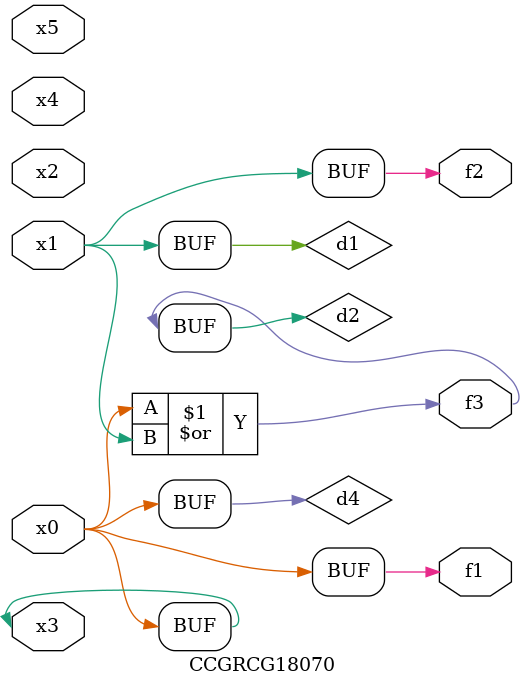
<source format=v>
module CCGRCG18070(
	input x0, x1, x2, x3, x4, x5,
	output f1, f2, f3
);

	wire d1, d2, d3, d4;

	and (d1, x1);
	or (d2, x0, x1);
	nand (d3, x0, x5);
	buf (d4, x0, x3);
	assign f1 = d4;
	assign f2 = d1;
	assign f3 = d2;
endmodule

</source>
